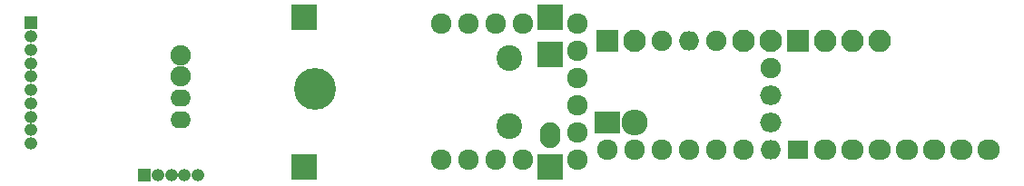
<source format=gbr>
G04 #@! TF.FileFunction,Soldermask,Bot*
%FSLAX46Y46*%
G04 Gerber Fmt 4.6, Leading zero omitted, Abs format (unit mm)*
G04 Created by KiCad (PCBNEW 4.0.2+dfsg1-stable) date 2018年05月25日 15時51分19秒*
%MOMM*%
G01*
G04 APERTURE LIST*
%ADD10C,0.100000*%
%ADD11C,1.924000*%
%ADD12C,2.400000*%
%ADD13R,2.100000X2.100000*%
%ADD14O,2.100000X2.100000*%
%ADD15O,1.900000X1.800000*%
%ADD16R,2.432000X2.000000*%
%ADD17O,2.432000X2.432000*%
%ADD18O,2.000000X1.800000*%
%ADD19C,1.900000*%
%ADD20O,1.900000X2.400000*%
%ADD21R,2.400000X2.400000*%
%ADD22C,3.900120*%
%ADD23O,2.100000X1.900000*%
%ADD24R,1.900000X1.700000*%
%ADD25C,2.100000*%
%ADD26O,1.900000X1.600000*%
%ADD27R,1.200000X1.200000*%
%ADD28O,1.200000X1.200000*%
G04 APERTURE END LIST*
D10*
D11*
X50535800Y-88534600D03*
X50535800Y-85994600D03*
X50535800Y-83454600D03*
X50535800Y-80914600D03*
X50535800Y-78374600D03*
X50535800Y-75834600D03*
X45455800Y-75834600D03*
X42915800Y-75834600D03*
X40375800Y-75834600D03*
X37835800Y-75834600D03*
X37835800Y-88534600D03*
X40375800Y-88534600D03*
X42915800Y-88534600D03*
X45455800Y-88534600D03*
D12*
X44185800Y-85359600D03*
X44185800Y-79009600D03*
D13*
X71160600Y-77434800D03*
D14*
X73700600Y-77434800D03*
X76240600Y-77434800D03*
X78780600Y-77434800D03*
D11*
X63540600Y-87554800D03*
X66080600Y-87554800D03*
X61000600Y-87554800D03*
X58460600Y-87554800D03*
X55920600Y-87554800D03*
X53380600Y-87554800D03*
D15*
X68620600Y-87554800D03*
D16*
X53380600Y-85054800D03*
D17*
X55920600Y-85054800D03*
D18*
X68620600Y-82514800D03*
X68620600Y-85054800D03*
D19*
X68620600Y-79974800D03*
D20*
X48053100Y-86197300D03*
D21*
X48053100Y-78697300D03*
X48053100Y-75197300D03*
X48053100Y-89197300D03*
X25053100Y-89197300D03*
X25053100Y-75197300D03*
D22*
X26075600Y-81879800D03*
D23*
X88940600Y-87594800D03*
X83860600Y-87594800D03*
X86400600Y-87594800D03*
X81320600Y-87594800D03*
X76240600Y-87594800D03*
X78780600Y-87594800D03*
X73700600Y-87594800D03*
D24*
X71160600Y-87594800D03*
D25*
X66080600Y-77434800D03*
X68620600Y-77434800D03*
D19*
X63540600Y-77434800D03*
X58460600Y-77434800D03*
D15*
X61000600Y-77434800D03*
D25*
X55920600Y-77434800D03*
D13*
X53380600Y-77434800D03*
D26*
X13585600Y-84744800D03*
X13585600Y-82744800D03*
D19*
X13585600Y-80744800D03*
X13585600Y-78744800D03*
D27*
X-414400Y-75744800D03*
D28*
X-414400Y-76994800D03*
X-414400Y-78244800D03*
X-414400Y-79494800D03*
X-414400Y-80744800D03*
X-414400Y-81994800D03*
X-414400Y-83244800D03*
X-414400Y-84494800D03*
X-414400Y-85744800D03*
X-414400Y-86994800D03*
D27*
X10185600Y-89944800D03*
D28*
X11435600Y-89944800D03*
X12685600Y-89944800D03*
X13935600Y-89944800D03*
X15185600Y-89944800D03*
M02*

</source>
